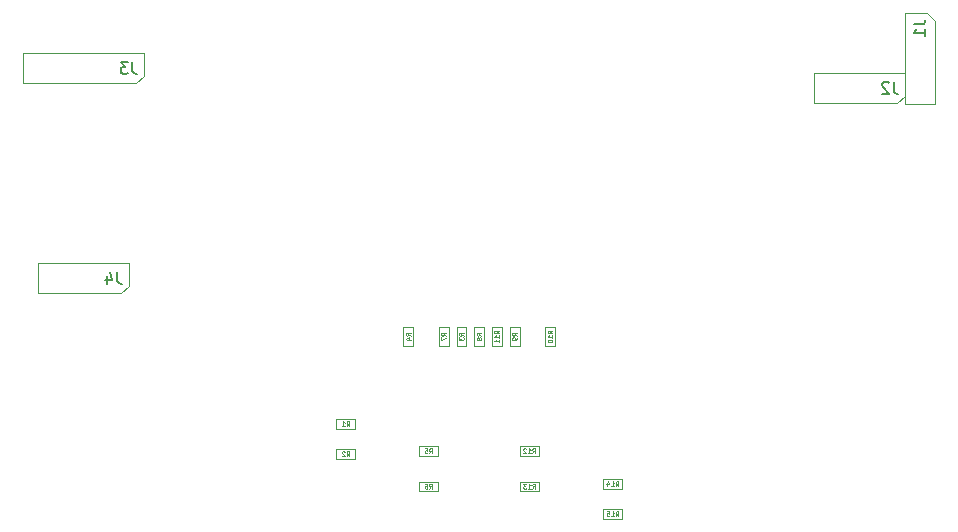
<source format=gbr>
%TF.GenerationSoftware,KiCad,Pcbnew,7.0.2-6a45011f42~172~ubuntu22.04.1*%
%TF.CreationDate,2023-05-30T13:10:43+12:00*%
%TF.ProjectId,THE_BRAWN-20A_LOGIC_FIXTURE,5448455f-4252-4415-974e-2d3230415f4c,v1.0*%
%TF.SameCoordinates,Original*%
%TF.FileFunction,AssemblyDrawing,Bot*%
%FSLAX46Y46*%
G04 Gerber Fmt 4.6, Leading zero omitted, Abs format (unit mm)*
G04 Created by KiCad (PCBNEW 7.0.2-6a45011f42~172~ubuntu22.04.1) date 2023-05-30 13:10:43*
%MOMM*%
%LPD*%
G01*
G04 APERTURE LIST*
%ADD10C,0.060000*%
%ADD11C,0.150000*%
%ADD12C,0.100000*%
G04 APERTURE END LIST*
D10*
%TO.C,R8*%
X220185047Y-128733333D02*
X219994571Y-128600000D01*
X220185047Y-128504762D02*
X219785047Y-128504762D01*
X219785047Y-128504762D02*
X219785047Y-128657143D01*
X219785047Y-128657143D02*
X219804095Y-128695238D01*
X219804095Y-128695238D02*
X219823142Y-128714285D01*
X219823142Y-128714285D02*
X219861238Y-128733333D01*
X219861238Y-128733333D02*
X219918380Y-128733333D01*
X219918380Y-128733333D02*
X219956476Y-128714285D01*
X219956476Y-128714285D02*
X219975523Y-128695238D01*
X219975523Y-128695238D02*
X219994571Y-128657143D01*
X219994571Y-128657143D02*
X219994571Y-128504762D01*
X219956476Y-128961904D02*
X219937428Y-128923809D01*
X219937428Y-128923809D02*
X219918380Y-128904762D01*
X219918380Y-128904762D02*
X219880285Y-128885714D01*
X219880285Y-128885714D02*
X219861238Y-128885714D01*
X219861238Y-128885714D02*
X219823142Y-128904762D01*
X219823142Y-128904762D02*
X219804095Y-128923809D01*
X219804095Y-128923809D02*
X219785047Y-128961904D01*
X219785047Y-128961904D02*
X219785047Y-129038095D01*
X219785047Y-129038095D02*
X219804095Y-129076190D01*
X219804095Y-129076190D02*
X219823142Y-129095238D01*
X219823142Y-129095238D02*
X219861238Y-129114285D01*
X219861238Y-129114285D02*
X219880285Y-129114285D01*
X219880285Y-129114285D02*
X219918380Y-129095238D01*
X219918380Y-129095238D02*
X219937428Y-129076190D01*
X219937428Y-129076190D02*
X219956476Y-129038095D01*
X219956476Y-129038095D02*
X219956476Y-128961904D01*
X219956476Y-128961904D02*
X219975523Y-128923809D01*
X219975523Y-128923809D02*
X219994571Y-128904762D01*
X219994571Y-128904762D02*
X220032666Y-128885714D01*
X220032666Y-128885714D02*
X220108857Y-128885714D01*
X220108857Y-128885714D02*
X220146952Y-128904762D01*
X220146952Y-128904762D02*
X220166000Y-128923809D01*
X220166000Y-128923809D02*
X220185047Y-128961904D01*
X220185047Y-128961904D02*
X220185047Y-129038095D01*
X220185047Y-129038095D02*
X220166000Y-129076190D01*
X220166000Y-129076190D02*
X220146952Y-129095238D01*
X220146952Y-129095238D02*
X220108857Y-129114285D01*
X220108857Y-129114285D02*
X220032666Y-129114285D01*
X220032666Y-129114285D02*
X219994571Y-129095238D01*
X219994571Y-129095238D02*
X219975523Y-129076190D01*
X219975523Y-129076190D02*
X219956476Y-129038095D01*
%TO.C,R3*%
X218685047Y-128733333D02*
X218494571Y-128600000D01*
X218685047Y-128504762D02*
X218285047Y-128504762D01*
X218285047Y-128504762D02*
X218285047Y-128657143D01*
X218285047Y-128657143D02*
X218304095Y-128695238D01*
X218304095Y-128695238D02*
X218323142Y-128714285D01*
X218323142Y-128714285D02*
X218361238Y-128733333D01*
X218361238Y-128733333D02*
X218418380Y-128733333D01*
X218418380Y-128733333D02*
X218456476Y-128714285D01*
X218456476Y-128714285D02*
X218475523Y-128695238D01*
X218475523Y-128695238D02*
X218494571Y-128657143D01*
X218494571Y-128657143D02*
X218494571Y-128504762D01*
X218285047Y-128866666D02*
X218285047Y-129114285D01*
X218285047Y-129114285D02*
X218437428Y-128980952D01*
X218437428Y-128980952D02*
X218437428Y-129038095D01*
X218437428Y-129038095D02*
X218456476Y-129076190D01*
X218456476Y-129076190D02*
X218475523Y-129095238D01*
X218475523Y-129095238D02*
X218513619Y-129114285D01*
X218513619Y-129114285D02*
X218608857Y-129114285D01*
X218608857Y-129114285D02*
X218646952Y-129095238D01*
X218646952Y-129095238D02*
X218666000Y-129076190D01*
X218666000Y-129076190D02*
X218685047Y-129038095D01*
X218685047Y-129038095D02*
X218685047Y-128923809D01*
X218685047Y-128923809D02*
X218666000Y-128885714D01*
X218666000Y-128885714D02*
X218646952Y-128866666D01*
D11*
%TO.C,J3*%
X190643333Y-105572619D02*
X190643333Y-106286904D01*
X190643333Y-106286904D02*
X190690952Y-106429761D01*
X190690952Y-106429761D02*
X190786190Y-106525000D01*
X190786190Y-106525000D02*
X190929047Y-106572619D01*
X190929047Y-106572619D02*
X191024285Y-106572619D01*
X190262380Y-105572619D02*
X189643333Y-105572619D01*
X189643333Y-105572619D02*
X189976666Y-105953571D01*
X189976666Y-105953571D02*
X189833809Y-105953571D01*
X189833809Y-105953571D02*
X189738571Y-106001190D01*
X189738571Y-106001190D02*
X189690952Y-106048809D01*
X189690952Y-106048809D02*
X189643333Y-106144047D01*
X189643333Y-106144047D02*
X189643333Y-106382142D01*
X189643333Y-106382142D02*
X189690952Y-106477380D01*
X189690952Y-106477380D02*
X189738571Y-106525000D01*
X189738571Y-106525000D02*
X189833809Y-106572619D01*
X189833809Y-106572619D02*
X190119523Y-106572619D01*
X190119523Y-106572619D02*
X190214761Y-106525000D01*
X190214761Y-106525000D02*
X190262380Y-106477380D01*
D10*
%TO.C,R14*%
X231557142Y-141465047D02*
X231690475Y-141274571D01*
X231785713Y-141465047D02*
X231785713Y-141065047D01*
X231785713Y-141065047D02*
X231633332Y-141065047D01*
X231633332Y-141065047D02*
X231595237Y-141084095D01*
X231595237Y-141084095D02*
X231576190Y-141103142D01*
X231576190Y-141103142D02*
X231557142Y-141141238D01*
X231557142Y-141141238D02*
X231557142Y-141198380D01*
X231557142Y-141198380D02*
X231576190Y-141236476D01*
X231576190Y-141236476D02*
X231595237Y-141255523D01*
X231595237Y-141255523D02*
X231633332Y-141274571D01*
X231633332Y-141274571D02*
X231785713Y-141274571D01*
X231176190Y-141465047D02*
X231404761Y-141465047D01*
X231290475Y-141465047D02*
X231290475Y-141065047D01*
X231290475Y-141065047D02*
X231328571Y-141122190D01*
X231328571Y-141122190D02*
X231366666Y-141160285D01*
X231366666Y-141160285D02*
X231404761Y-141179333D01*
X230833333Y-141198380D02*
X230833333Y-141465047D01*
X230928571Y-141046000D02*
X231023809Y-141331714D01*
X231023809Y-141331714D02*
X230776190Y-141331714D01*
%TO.C,R1*%
X208766666Y-136385047D02*
X208899999Y-136194571D01*
X208995237Y-136385047D02*
X208995237Y-135985047D01*
X208995237Y-135985047D02*
X208842856Y-135985047D01*
X208842856Y-135985047D02*
X208804761Y-136004095D01*
X208804761Y-136004095D02*
X208785714Y-136023142D01*
X208785714Y-136023142D02*
X208766666Y-136061238D01*
X208766666Y-136061238D02*
X208766666Y-136118380D01*
X208766666Y-136118380D02*
X208785714Y-136156476D01*
X208785714Y-136156476D02*
X208804761Y-136175523D01*
X208804761Y-136175523D02*
X208842856Y-136194571D01*
X208842856Y-136194571D02*
X208995237Y-136194571D01*
X208385714Y-136385047D02*
X208614285Y-136385047D01*
X208499999Y-136385047D02*
X208499999Y-135985047D01*
X208499999Y-135985047D02*
X208538095Y-136042190D01*
X208538095Y-136042190D02*
X208576190Y-136080285D01*
X208576190Y-136080285D02*
X208614285Y-136099333D01*
%TO.C,R10*%
X226185047Y-128542857D02*
X225994571Y-128409524D01*
X226185047Y-128314286D02*
X225785047Y-128314286D01*
X225785047Y-128314286D02*
X225785047Y-128466667D01*
X225785047Y-128466667D02*
X225804095Y-128504762D01*
X225804095Y-128504762D02*
X225823142Y-128523809D01*
X225823142Y-128523809D02*
X225861238Y-128542857D01*
X225861238Y-128542857D02*
X225918380Y-128542857D01*
X225918380Y-128542857D02*
X225956476Y-128523809D01*
X225956476Y-128523809D02*
X225975523Y-128504762D01*
X225975523Y-128504762D02*
X225994571Y-128466667D01*
X225994571Y-128466667D02*
X225994571Y-128314286D01*
X226185047Y-128923809D02*
X226185047Y-128695238D01*
X226185047Y-128809524D02*
X225785047Y-128809524D01*
X225785047Y-128809524D02*
X225842190Y-128771428D01*
X225842190Y-128771428D02*
X225880285Y-128733333D01*
X225880285Y-128733333D02*
X225899333Y-128695238D01*
X225785047Y-129171428D02*
X225785047Y-129209523D01*
X225785047Y-129209523D02*
X225804095Y-129247619D01*
X225804095Y-129247619D02*
X225823142Y-129266666D01*
X225823142Y-129266666D02*
X225861238Y-129285714D01*
X225861238Y-129285714D02*
X225937428Y-129304761D01*
X225937428Y-129304761D02*
X226032666Y-129304761D01*
X226032666Y-129304761D02*
X226108857Y-129285714D01*
X226108857Y-129285714D02*
X226146952Y-129266666D01*
X226146952Y-129266666D02*
X226166000Y-129247619D01*
X226166000Y-129247619D02*
X226185047Y-129209523D01*
X226185047Y-129209523D02*
X226185047Y-129171428D01*
X226185047Y-129171428D02*
X226166000Y-129133333D01*
X226166000Y-129133333D02*
X226146952Y-129114285D01*
X226146952Y-129114285D02*
X226108857Y-129095238D01*
X226108857Y-129095238D02*
X226032666Y-129076190D01*
X226032666Y-129076190D02*
X225937428Y-129076190D01*
X225937428Y-129076190D02*
X225861238Y-129095238D01*
X225861238Y-129095238D02*
X225823142Y-129114285D01*
X225823142Y-129114285D02*
X225804095Y-129133333D01*
X225804095Y-129133333D02*
X225785047Y-129171428D01*
D11*
%TO.C,J2*%
X255103333Y-107232119D02*
X255103333Y-107946404D01*
X255103333Y-107946404D02*
X255150952Y-108089261D01*
X255150952Y-108089261D02*
X255246190Y-108184500D01*
X255246190Y-108184500D02*
X255389047Y-108232119D01*
X255389047Y-108232119D02*
X255484285Y-108232119D01*
X254674761Y-107327357D02*
X254627142Y-107279738D01*
X254627142Y-107279738D02*
X254531904Y-107232119D01*
X254531904Y-107232119D02*
X254293809Y-107232119D01*
X254293809Y-107232119D02*
X254198571Y-107279738D01*
X254198571Y-107279738D02*
X254150952Y-107327357D01*
X254150952Y-107327357D02*
X254103333Y-107422595D01*
X254103333Y-107422595D02*
X254103333Y-107517833D01*
X254103333Y-107517833D02*
X254150952Y-107660690D01*
X254150952Y-107660690D02*
X254722380Y-108232119D01*
X254722380Y-108232119D02*
X254103333Y-108232119D01*
D10*
%TO.C,R11*%
X221685047Y-128542857D02*
X221494571Y-128409524D01*
X221685047Y-128314286D02*
X221285047Y-128314286D01*
X221285047Y-128314286D02*
X221285047Y-128466667D01*
X221285047Y-128466667D02*
X221304095Y-128504762D01*
X221304095Y-128504762D02*
X221323142Y-128523809D01*
X221323142Y-128523809D02*
X221361238Y-128542857D01*
X221361238Y-128542857D02*
X221418380Y-128542857D01*
X221418380Y-128542857D02*
X221456476Y-128523809D01*
X221456476Y-128523809D02*
X221475523Y-128504762D01*
X221475523Y-128504762D02*
X221494571Y-128466667D01*
X221494571Y-128466667D02*
X221494571Y-128314286D01*
X221685047Y-128923809D02*
X221685047Y-128695238D01*
X221685047Y-128809524D02*
X221285047Y-128809524D01*
X221285047Y-128809524D02*
X221342190Y-128771428D01*
X221342190Y-128771428D02*
X221380285Y-128733333D01*
X221380285Y-128733333D02*
X221399333Y-128695238D01*
X221685047Y-129304761D02*
X221685047Y-129076190D01*
X221685047Y-129190476D02*
X221285047Y-129190476D01*
X221285047Y-129190476D02*
X221342190Y-129152380D01*
X221342190Y-129152380D02*
X221380285Y-129114285D01*
X221380285Y-129114285D02*
X221399333Y-129076190D01*
%TO.C,R4*%
X214185047Y-128733333D02*
X213994571Y-128600000D01*
X214185047Y-128504762D02*
X213785047Y-128504762D01*
X213785047Y-128504762D02*
X213785047Y-128657143D01*
X213785047Y-128657143D02*
X213804095Y-128695238D01*
X213804095Y-128695238D02*
X213823142Y-128714285D01*
X213823142Y-128714285D02*
X213861238Y-128733333D01*
X213861238Y-128733333D02*
X213918380Y-128733333D01*
X213918380Y-128733333D02*
X213956476Y-128714285D01*
X213956476Y-128714285D02*
X213975523Y-128695238D01*
X213975523Y-128695238D02*
X213994571Y-128657143D01*
X213994571Y-128657143D02*
X213994571Y-128504762D01*
X213918380Y-129076190D02*
X214185047Y-129076190D01*
X213766000Y-128980952D02*
X214051714Y-128885714D01*
X214051714Y-128885714D02*
X214051714Y-129133333D01*
%TO.C,R15*%
X231557142Y-144005047D02*
X231690475Y-143814571D01*
X231785713Y-144005047D02*
X231785713Y-143605047D01*
X231785713Y-143605047D02*
X231633332Y-143605047D01*
X231633332Y-143605047D02*
X231595237Y-143624095D01*
X231595237Y-143624095D02*
X231576190Y-143643142D01*
X231576190Y-143643142D02*
X231557142Y-143681238D01*
X231557142Y-143681238D02*
X231557142Y-143738380D01*
X231557142Y-143738380D02*
X231576190Y-143776476D01*
X231576190Y-143776476D02*
X231595237Y-143795523D01*
X231595237Y-143795523D02*
X231633332Y-143814571D01*
X231633332Y-143814571D02*
X231785713Y-143814571D01*
X231176190Y-144005047D02*
X231404761Y-144005047D01*
X231290475Y-144005047D02*
X231290475Y-143605047D01*
X231290475Y-143605047D02*
X231328571Y-143662190D01*
X231328571Y-143662190D02*
X231366666Y-143700285D01*
X231366666Y-143700285D02*
X231404761Y-143719333D01*
X230814285Y-143605047D02*
X231004761Y-143605047D01*
X231004761Y-143605047D02*
X231023809Y-143795523D01*
X231023809Y-143795523D02*
X231004761Y-143776476D01*
X231004761Y-143776476D02*
X230966666Y-143757428D01*
X230966666Y-143757428D02*
X230871428Y-143757428D01*
X230871428Y-143757428D02*
X230833333Y-143776476D01*
X230833333Y-143776476D02*
X230814285Y-143795523D01*
X230814285Y-143795523D02*
X230795238Y-143833619D01*
X230795238Y-143833619D02*
X230795238Y-143928857D01*
X230795238Y-143928857D02*
X230814285Y-143966952D01*
X230814285Y-143966952D02*
X230833333Y-143986000D01*
X230833333Y-143986000D02*
X230871428Y-144005047D01*
X230871428Y-144005047D02*
X230966666Y-144005047D01*
X230966666Y-144005047D02*
X231004761Y-143986000D01*
X231004761Y-143986000D02*
X231023809Y-143966952D01*
%TO.C,R7*%
X217185047Y-128733333D02*
X216994571Y-128600000D01*
X217185047Y-128504762D02*
X216785047Y-128504762D01*
X216785047Y-128504762D02*
X216785047Y-128657143D01*
X216785047Y-128657143D02*
X216804095Y-128695238D01*
X216804095Y-128695238D02*
X216823142Y-128714285D01*
X216823142Y-128714285D02*
X216861238Y-128733333D01*
X216861238Y-128733333D02*
X216918380Y-128733333D01*
X216918380Y-128733333D02*
X216956476Y-128714285D01*
X216956476Y-128714285D02*
X216975523Y-128695238D01*
X216975523Y-128695238D02*
X216994571Y-128657143D01*
X216994571Y-128657143D02*
X216994571Y-128504762D01*
X216785047Y-128866666D02*
X216785047Y-129133333D01*
X216785047Y-129133333D02*
X217185047Y-128961904D01*
D11*
%TO.C,J1*%
X256772619Y-102356166D02*
X257486904Y-102356166D01*
X257486904Y-102356166D02*
X257629761Y-102308547D01*
X257629761Y-102308547D02*
X257725000Y-102213309D01*
X257725000Y-102213309D02*
X257772619Y-102070452D01*
X257772619Y-102070452D02*
X257772619Y-101975214D01*
X257772619Y-103356166D02*
X257772619Y-102784738D01*
X257772619Y-103070452D02*
X256772619Y-103070452D01*
X256772619Y-103070452D02*
X256915476Y-102975214D01*
X256915476Y-102975214D02*
X257010714Y-102879976D01*
X257010714Y-102879976D02*
X257058333Y-102784738D01*
D10*
%TO.C,R9*%
X223185047Y-128733333D02*
X222994571Y-128600000D01*
X223185047Y-128504762D02*
X222785047Y-128504762D01*
X222785047Y-128504762D02*
X222785047Y-128657143D01*
X222785047Y-128657143D02*
X222804095Y-128695238D01*
X222804095Y-128695238D02*
X222823142Y-128714285D01*
X222823142Y-128714285D02*
X222861238Y-128733333D01*
X222861238Y-128733333D02*
X222918380Y-128733333D01*
X222918380Y-128733333D02*
X222956476Y-128714285D01*
X222956476Y-128714285D02*
X222975523Y-128695238D01*
X222975523Y-128695238D02*
X222994571Y-128657143D01*
X222994571Y-128657143D02*
X222994571Y-128504762D01*
X223185047Y-128923809D02*
X223185047Y-129000000D01*
X223185047Y-129000000D02*
X223166000Y-129038095D01*
X223166000Y-129038095D02*
X223146952Y-129057143D01*
X223146952Y-129057143D02*
X223089809Y-129095238D01*
X223089809Y-129095238D02*
X223013619Y-129114285D01*
X223013619Y-129114285D02*
X222861238Y-129114285D01*
X222861238Y-129114285D02*
X222823142Y-129095238D01*
X222823142Y-129095238D02*
X222804095Y-129076190D01*
X222804095Y-129076190D02*
X222785047Y-129038095D01*
X222785047Y-129038095D02*
X222785047Y-128961904D01*
X222785047Y-128961904D02*
X222804095Y-128923809D01*
X222804095Y-128923809D02*
X222823142Y-128904762D01*
X222823142Y-128904762D02*
X222861238Y-128885714D01*
X222861238Y-128885714D02*
X222956476Y-128885714D01*
X222956476Y-128885714D02*
X222994571Y-128904762D01*
X222994571Y-128904762D02*
X223013619Y-128923809D01*
X223013619Y-128923809D02*
X223032666Y-128961904D01*
X223032666Y-128961904D02*
X223032666Y-129038095D01*
X223032666Y-129038095D02*
X223013619Y-129076190D01*
X223013619Y-129076190D02*
X222994571Y-129095238D01*
X222994571Y-129095238D02*
X222956476Y-129114285D01*
%TO.C,R2*%
X208766666Y-138925047D02*
X208899999Y-138734571D01*
X208995237Y-138925047D02*
X208995237Y-138525047D01*
X208995237Y-138525047D02*
X208842856Y-138525047D01*
X208842856Y-138525047D02*
X208804761Y-138544095D01*
X208804761Y-138544095D02*
X208785714Y-138563142D01*
X208785714Y-138563142D02*
X208766666Y-138601238D01*
X208766666Y-138601238D02*
X208766666Y-138658380D01*
X208766666Y-138658380D02*
X208785714Y-138696476D01*
X208785714Y-138696476D02*
X208804761Y-138715523D01*
X208804761Y-138715523D02*
X208842856Y-138734571D01*
X208842856Y-138734571D02*
X208995237Y-138734571D01*
X208614285Y-138563142D02*
X208595237Y-138544095D01*
X208595237Y-138544095D02*
X208557142Y-138525047D01*
X208557142Y-138525047D02*
X208461904Y-138525047D01*
X208461904Y-138525047D02*
X208423809Y-138544095D01*
X208423809Y-138544095D02*
X208404761Y-138563142D01*
X208404761Y-138563142D02*
X208385714Y-138601238D01*
X208385714Y-138601238D02*
X208385714Y-138639333D01*
X208385714Y-138639333D02*
X208404761Y-138696476D01*
X208404761Y-138696476D02*
X208633333Y-138925047D01*
X208633333Y-138925047D02*
X208385714Y-138925047D01*
%TO.C,R12*%
X224507142Y-138685047D02*
X224640475Y-138494571D01*
X224735713Y-138685047D02*
X224735713Y-138285047D01*
X224735713Y-138285047D02*
X224583332Y-138285047D01*
X224583332Y-138285047D02*
X224545237Y-138304095D01*
X224545237Y-138304095D02*
X224526190Y-138323142D01*
X224526190Y-138323142D02*
X224507142Y-138361238D01*
X224507142Y-138361238D02*
X224507142Y-138418380D01*
X224507142Y-138418380D02*
X224526190Y-138456476D01*
X224526190Y-138456476D02*
X224545237Y-138475523D01*
X224545237Y-138475523D02*
X224583332Y-138494571D01*
X224583332Y-138494571D02*
X224735713Y-138494571D01*
X224126190Y-138685047D02*
X224354761Y-138685047D01*
X224240475Y-138685047D02*
X224240475Y-138285047D01*
X224240475Y-138285047D02*
X224278571Y-138342190D01*
X224278571Y-138342190D02*
X224316666Y-138380285D01*
X224316666Y-138380285D02*
X224354761Y-138399333D01*
X223973809Y-138323142D02*
X223954761Y-138304095D01*
X223954761Y-138304095D02*
X223916666Y-138285047D01*
X223916666Y-138285047D02*
X223821428Y-138285047D01*
X223821428Y-138285047D02*
X223783333Y-138304095D01*
X223783333Y-138304095D02*
X223764285Y-138323142D01*
X223764285Y-138323142D02*
X223745238Y-138361238D01*
X223745238Y-138361238D02*
X223745238Y-138399333D01*
X223745238Y-138399333D02*
X223764285Y-138456476D01*
X223764285Y-138456476D02*
X223992857Y-138685047D01*
X223992857Y-138685047D02*
X223745238Y-138685047D01*
D11*
%TO.C,J4*%
X189373333Y-123352619D02*
X189373333Y-124066904D01*
X189373333Y-124066904D02*
X189420952Y-124209761D01*
X189420952Y-124209761D02*
X189516190Y-124305000D01*
X189516190Y-124305000D02*
X189659047Y-124352619D01*
X189659047Y-124352619D02*
X189754285Y-124352619D01*
X188468571Y-123685952D02*
X188468571Y-124352619D01*
X188706666Y-123305000D02*
X188944761Y-124019285D01*
X188944761Y-124019285D02*
X188325714Y-124019285D01*
D10*
%TO.C,R5*%
X215766666Y-138685047D02*
X215899999Y-138494571D01*
X215995237Y-138685047D02*
X215995237Y-138285047D01*
X215995237Y-138285047D02*
X215842856Y-138285047D01*
X215842856Y-138285047D02*
X215804761Y-138304095D01*
X215804761Y-138304095D02*
X215785714Y-138323142D01*
X215785714Y-138323142D02*
X215766666Y-138361238D01*
X215766666Y-138361238D02*
X215766666Y-138418380D01*
X215766666Y-138418380D02*
X215785714Y-138456476D01*
X215785714Y-138456476D02*
X215804761Y-138475523D01*
X215804761Y-138475523D02*
X215842856Y-138494571D01*
X215842856Y-138494571D02*
X215995237Y-138494571D01*
X215404761Y-138285047D02*
X215595237Y-138285047D01*
X215595237Y-138285047D02*
X215614285Y-138475523D01*
X215614285Y-138475523D02*
X215595237Y-138456476D01*
X215595237Y-138456476D02*
X215557142Y-138437428D01*
X215557142Y-138437428D02*
X215461904Y-138437428D01*
X215461904Y-138437428D02*
X215423809Y-138456476D01*
X215423809Y-138456476D02*
X215404761Y-138475523D01*
X215404761Y-138475523D02*
X215385714Y-138513619D01*
X215385714Y-138513619D02*
X215385714Y-138608857D01*
X215385714Y-138608857D02*
X215404761Y-138646952D01*
X215404761Y-138646952D02*
X215423809Y-138666000D01*
X215423809Y-138666000D02*
X215461904Y-138685047D01*
X215461904Y-138685047D02*
X215557142Y-138685047D01*
X215557142Y-138685047D02*
X215595237Y-138666000D01*
X215595237Y-138666000D02*
X215614285Y-138646952D01*
%TO.C,R13*%
X224507142Y-141685047D02*
X224640475Y-141494571D01*
X224735713Y-141685047D02*
X224735713Y-141285047D01*
X224735713Y-141285047D02*
X224583332Y-141285047D01*
X224583332Y-141285047D02*
X224545237Y-141304095D01*
X224545237Y-141304095D02*
X224526190Y-141323142D01*
X224526190Y-141323142D02*
X224507142Y-141361238D01*
X224507142Y-141361238D02*
X224507142Y-141418380D01*
X224507142Y-141418380D02*
X224526190Y-141456476D01*
X224526190Y-141456476D02*
X224545237Y-141475523D01*
X224545237Y-141475523D02*
X224583332Y-141494571D01*
X224583332Y-141494571D02*
X224735713Y-141494571D01*
X224126190Y-141685047D02*
X224354761Y-141685047D01*
X224240475Y-141685047D02*
X224240475Y-141285047D01*
X224240475Y-141285047D02*
X224278571Y-141342190D01*
X224278571Y-141342190D02*
X224316666Y-141380285D01*
X224316666Y-141380285D02*
X224354761Y-141399333D01*
X223992857Y-141285047D02*
X223745238Y-141285047D01*
X223745238Y-141285047D02*
X223878571Y-141437428D01*
X223878571Y-141437428D02*
X223821428Y-141437428D01*
X223821428Y-141437428D02*
X223783333Y-141456476D01*
X223783333Y-141456476D02*
X223764285Y-141475523D01*
X223764285Y-141475523D02*
X223745238Y-141513619D01*
X223745238Y-141513619D02*
X223745238Y-141608857D01*
X223745238Y-141608857D02*
X223764285Y-141646952D01*
X223764285Y-141646952D02*
X223783333Y-141666000D01*
X223783333Y-141666000D02*
X223821428Y-141685047D01*
X223821428Y-141685047D02*
X223935714Y-141685047D01*
X223935714Y-141685047D02*
X223973809Y-141666000D01*
X223973809Y-141666000D02*
X223992857Y-141646952D01*
%TO.C,R6*%
X215766666Y-141685047D02*
X215899999Y-141494571D01*
X215995237Y-141685047D02*
X215995237Y-141285047D01*
X215995237Y-141285047D02*
X215842856Y-141285047D01*
X215842856Y-141285047D02*
X215804761Y-141304095D01*
X215804761Y-141304095D02*
X215785714Y-141323142D01*
X215785714Y-141323142D02*
X215766666Y-141361238D01*
X215766666Y-141361238D02*
X215766666Y-141418380D01*
X215766666Y-141418380D02*
X215785714Y-141456476D01*
X215785714Y-141456476D02*
X215804761Y-141475523D01*
X215804761Y-141475523D02*
X215842856Y-141494571D01*
X215842856Y-141494571D02*
X215995237Y-141494571D01*
X215423809Y-141285047D02*
X215499999Y-141285047D01*
X215499999Y-141285047D02*
X215538095Y-141304095D01*
X215538095Y-141304095D02*
X215557142Y-141323142D01*
X215557142Y-141323142D02*
X215595237Y-141380285D01*
X215595237Y-141380285D02*
X215614285Y-141456476D01*
X215614285Y-141456476D02*
X215614285Y-141608857D01*
X215614285Y-141608857D02*
X215595237Y-141646952D01*
X215595237Y-141646952D02*
X215576190Y-141666000D01*
X215576190Y-141666000D02*
X215538095Y-141685047D01*
X215538095Y-141685047D02*
X215461904Y-141685047D01*
X215461904Y-141685047D02*
X215423809Y-141666000D01*
X215423809Y-141666000D02*
X215404761Y-141646952D01*
X215404761Y-141646952D02*
X215385714Y-141608857D01*
X215385714Y-141608857D02*
X215385714Y-141513619D01*
X215385714Y-141513619D02*
X215404761Y-141475523D01*
X215404761Y-141475523D02*
X215423809Y-141456476D01*
X215423809Y-141456476D02*
X215461904Y-141437428D01*
X215461904Y-141437428D02*
X215538095Y-141437428D01*
X215538095Y-141437428D02*
X215576190Y-141456476D01*
X215576190Y-141456476D02*
X215595237Y-141475523D01*
X215595237Y-141475523D02*
X215614285Y-141513619D01*
D12*
%TO.C,R8*%
X219587500Y-129600000D02*
X220412500Y-129600000D01*
X220412500Y-129600000D02*
X220412500Y-128000000D01*
X219587500Y-128000000D02*
X219587500Y-129600000D01*
X220412500Y-128000000D02*
X219587500Y-128000000D01*
%TO.C,R3*%
X218087500Y-129600000D02*
X218912500Y-129600000D01*
X218912500Y-129600000D02*
X218912500Y-128000000D01*
X218087500Y-128000000D02*
X218087500Y-129600000D01*
X218912500Y-128000000D02*
X218087500Y-128000000D01*
%TO.C,J3*%
X181410000Y-107380000D02*
X190945000Y-107380000D01*
X190945000Y-107380000D02*
X191580000Y-106745000D01*
X191580000Y-106745000D02*
X191580000Y-104840000D01*
X181410000Y-104840000D02*
X181410000Y-107380000D01*
X191580000Y-104840000D02*
X181410000Y-104840000D01*
%TO.C,R14*%
X230500000Y-140867500D02*
X230500000Y-141692500D01*
X230500000Y-141692500D02*
X232100000Y-141692500D01*
X232100000Y-140867500D02*
X230500000Y-140867500D01*
X232100000Y-141692500D02*
X232100000Y-140867500D01*
%TO.C,R1*%
X207900000Y-135787500D02*
X207900000Y-136612500D01*
X207900000Y-136612500D02*
X209500000Y-136612500D01*
X209500000Y-135787500D02*
X207900000Y-135787500D01*
X209500000Y-136612500D02*
X209500000Y-135787500D01*
%TO.C,R10*%
X225587500Y-129600000D02*
X226412500Y-129600000D01*
X226412500Y-129600000D02*
X226412500Y-128000000D01*
X225587500Y-128000000D02*
X225587500Y-129600000D01*
X226412500Y-128000000D02*
X225587500Y-128000000D01*
%TO.C,J2*%
X248370000Y-109039500D02*
X255405000Y-109039500D01*
X255405000Y-109039500D02*
X256040000Y-108404500D01*
X256040000Y-108404500D02*
X256040000Y-106499500D01*
X248370000Y-106499500D02*
X248370000Y-109039500D01*
X256040000Y-106499500D02*
X248370000Y-106499500D01*
%TO.C,R11*%
X221087500Y-129600000D02*
X221912500Y-129600000D01*
X221912500Y-129600000D02*
X221912500Y-128000000D01*
X221087500Y-128000000D02*
X221087500Y-129600000D01*
X221912500Y-128000000D02*
X221087500Y-128000000D01*
%TO.C,R4*%
X213587500Y-129600000D02*
X214412500Y-129600000D01*
X214412500Y-129600000D02*
X214412500Y-128000000D01*
X213587500Y-128000000D02*
X213587500Y-129600000D01*
X214412500Y-128000000D02*
X213587500Y-128000000D01*
%TO.C,R15*%
X230500000Y-143407500D02*
X230500000Y-144232500D01*
X230500000Y-144232500D02*
X232100000Y-144232500D01*
X232100000Y-143407500D02*
X230500000Y-143407500D01*
X232100000Y-144232500D02*
X232100000Y-143407500D01*
%TO.C,R7*%
X216587500Y-129600000D02*
X217412500Y-129600000D01*
X217412500Y-129600000D02*
X217412500Y-128000000D01*
X216587500Y-128000000D02*
X216587500Y-129600000D01*
X217412500Y-128000000D02*
X216587500Y-128000000D01*
%TO.C,J1*%
X258580000Y-109089500D02*
X258580000Y-102054500D01*
X258580000Y-102054500D02*
X257945000Y-101419500D01*
X257945000Y-101419500D02*
X256040000Y-101419500D01*
X256040000Y-109089500D02*
X258580000Y-109089500D01*
X256040000Y-101419500D02*
X256040000Y-109089500D01*
%TO.C,R9*%
X222587500Y-129600000D02*
X223412500Y-129600000D01*
X223412500Y-129600000D02*
X223412500Y-128000000D01*
X222587500Y-128000000D02*
X222587500Y-129600000D01*
X223412500Y-128000000D02*
X222587500Y-128000000D01*
%TO.C,R2*%
X207900000Y-138327500D02*
X207900000Y-139152500D01*
X207900000Y-139152500D02*
X209500000Y-139152500D01*
X209500000Y-138327500D02*
X207900000Y-138327500D01*
X209500000Y-139152500D02*
X209500000Y-138327500D01*
%TO.C,R12*%
X223450000Y-138087500D02*
X223450000Y-138912500D01*
X223450000Y-138912500D02*
X225050000Y-138912500D01*
X225050000Y-138087500D02*
X223450000Y-138087500D01*
X225050000Y-138912500D02*
X225050000Y-138087500D01*
%TO.C,J4*%
X182640000Y-125160000D02*
X189675000Y-125160000D01*
X189675000Y-125160000D02*
X190310000Y-124525000D01*
X190310000Y-124525000D02*
X190310000Y-122620000D01*
X182640000Y-122620000D02*
X182640000Y-125160000D01*
X190310000Y-122620000D02*
X182640000Y-122620000D01*
%TO.C,R5*%
X214900000Y-138087500D02*
X214900000Y-138912500D01*
X214900000Y-138912500D02*
X216500000Y-138912500D01*
X216500000Y-138087500D02*
X214900000Y-138087500D01*
X216500000Y-138912500D02*
X216500000Y-138087500D01*
%TO.C,R13*%
X223450000Y-141087500D02*
X223450000Y-141912500D01*
X223450000Y-141912500D02*
X225050000Y-141912500D01*
X225050000Y-141087500D02*
X223450000Y-141087500D01*
X225050000Y-141912500D02*
X225050000Y-141087500D01*
%TO.C,R6*%
X214900000Y-141087500D02*
X214900000Y-141912500D01*
X214900000Y-141912500D02*
X216500000Y-141912500D01*
X216500000Y-141087500D02*
X214900000Y-141087500D01*
X216500000Y-141912500D02*
X216500000Y-141087500D01*
%TD*%
M02*

</source>
